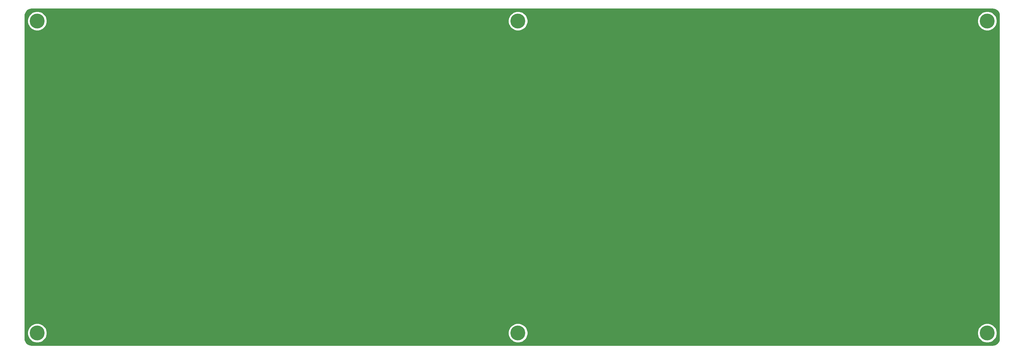
<source format=gtl>
G04 #@! TF.GenerationSoftware,KiCad,Pcbnew,(5.1.5)-3*
G04 #@! TF.CreationDate,2020-04-02T19:29:18+02:00*
G04 #@! TF.ProjectId,plate_bot,706c6174-655f-4626-9f74-2e6b69636164,rev?*
G04 #@! TF.SameCoordinates,Original*
G04 #@! TF.FileFunction,Copper,L1,Top*
G04 #@! TF.FilePolarity,Positive*
%FSLAX46Y46*%
G04 Gerber Fmt 4.6, Leading zero omitted, Abs format (unit mm)*
G04 Created by KiCad (PCBNEW (5.1.5)-3) date 2020-04-02 19:29:18*
%MOMM*%
%LPD*%
G04 APERTURE LIST*
%ADD10C,4.000000*%
%ADD11C,0.254000*%
G04 APERTURE END LIST*
D10*
X245872000Y-208620500D03*
X245872000Y-124500500D03*
X372069500Y-124500500D03*
X372069500Y-208620500D03*
X116563000Y-208620500D03*
X116563000Y-124500500D03*
D11*
G36*
X373909378Y-121283990D02*
G01*
X374236310Y-121382696D01*
X374537843Y-121543025D01*
X374802495Y-121758870D01*
X375020178Y-122022003D01*
X375182608Y-122322411D01*
X375283596Y-122648650D01*
X375322500Y-123018800D01*
X375322501Y-210088211D01*
X375286010Y-210460377D01*
X375187303Y-210787312D01*
X375026976Y-211088843D01*
X374811132Y-211353493D01*
X374547996Y-211571179D01*
X374247589Y-211733608D01*
X373921350Y-211834596D01*
X373551200Y-211873500D01*
X115031779Y-211873500D01*
X114659623Y-211837010D01*
X114332688Y-211738303D01*
X114031157Y-211577976D01*
X113766507Y-211362132D01*
X113548821Y-211098996D01*
X113386392Y-210798589D01*
X113285404Y-210472350D01*
X113246500Y-210102200D01*
X113246500Y-208360975D01*
X113928000Y-208360975D01*
X113928000Y-208880025D01*
X114029261Y-209389101D01*
X114227893Y-209868641D01*
X114516262Y-210300215D01*
X114883285Y-210667238D01*
X115314859Y-210955607D01*
X115794399Y-211154239D01*
X116303475Y-211255500D01*
X116822525Y-211255500D01*
X117331601Y-211154239D01*
X117811141Y-210955607D01*
X118242715Y-210667238D01*
X118609738Y-210300215D01*
X118898107Y-209868641D01*
X119096739Y-209389101D01*
X119198000Y-208880025D01*
X119198000Y-208360975D01*
X243237000Y-208360975D01*
X243237000Y-208880025D01*
X243338261Y-209389101D01*
X243536893Y-209868641D01*
X243825262Y-210300215D01*
X244192285Y-210667238D01*
X244623859Y-210955607D01*
X245103399Y-211154239D01*
X245612475Y-211255500D01*
X246131525Y-211255500D01*
X246640601Y-211154239D01*
X247120141Y-210955607D01*
X247551715Y-210667238D01*
X247918738Y-210300215D01*
X248207107Y-209868641D01*
X248405739Y-209389101D01*
X248507000Y-208880025D01*
X248507000Y-208360975D01*
X369434500Y-208360975D01*
X369434500Y-208880025D01*
X369535761Y-209389101D01*
X369734393Y-209868641D01*
X370022762Y-210300215D01*
X370389785Y-210667238D01*
X370821359Y-210955607D01*
X371300899Y-211154239D01*
X371809975Y-211255500D01*
X372329025Y-211255500D01*
X372838101Y-211154239D01*
X373317641Y-210955607D01*
X373749215Y-210667238D01*
X374116238Y-210300215D01*
X374404607Y-209868641D01*
X374603239Y-209389101D01*
X374704500Y-208880025D01*
X374704500Y-208360975D01*
X374603239Y-207851899D01*
X374404607Y-207372359D01*
X374116238Y-206940785D01*
X373749215Y-206573762D01*
X373317641Y-206285393D01*
X372838101Y-206086761D01*
X372329025Y-205985500D01*
X371809975Y-205985500D01*
X371300899Y-206086761D01*
X370821359Y-206285393D01*
X370389785Y-206573762D01*
X370022762Y-206940785D01*
X369734393Y-207372359D01*
X369535761Y-207851899D01*
X369434500Y-208360975D01*
X248507000Y-208360975D01*
X248405739Y-207851899D01*
X248207107Y-207372359D01*
X247918738Y-206940785D01*
X247551715Y-206573762D01*
X247120141Y-206285393D01*
X246640601Y-206086761D01*
X246131525Y-205985500D01*
X245612475Y-205985500D01*
X245103399Y-206086761D01*
X244623859Y-206285393D01*
X244192285Y-206573762D01*
X243825262Y-206940785D01*
X243536893Y-207372359D01*
X243338261Y-207851899D01*
X243237000Y-208360975D01*
X119198000Y-208360975D01*
X119096739Y-207851899D01*
X118898107Y-207372359D01*
X118609738Y-206940785D01*
X118242715Y-206573762D01*
X117811141Y-206285393D01*
X117331601Y-206086761D01*
X116822525Y-205985500D01*
X116303475Y-205985500D01*
X115794399Y-206086761D01*
X115314859Y-206285393D01*
X114883285Y-206573762D01*
X114516262Y-206940785D01*
X114227893Y-207372359D01*
X114029261Y-207851899D01*
X113928000Y-208360975D01*
X113246500Y-208360975D01*
X113246500Y-124240975D01*
X113928000Y-124240975D01*
X113928000Y-124760025D01*
X114029261Y-125269101D01*
X114227893Y-125748641D01*
X114516262Y-126180215D01*
X114883285Y-126547238D01*
X115314859Y-126835607D01*
X115794399Y-127034239D01*
X116303475Y-127135500D01*
X116822525Y-127135500D01*
X117331601Y-127034239D01*
X117811141Y-126835607D01*
X118242715Y-126547238D01*
X118609738Y-126180215D01*
X118898107Y-125748641D01*
X119096739Y-125269101D01*
X119198000Y-124760025D01*
X119198000Y-124240975D01*
X243237000Y-124240975D01*
X243237000Y-124760025D01*
X243338261Y-125269101D01*
X243536893Y-125748641D01*
X243825262Y-126180215D01*
X244192285Y-126547238D01*
X244623859Y-126835607D01*
X245103399Y-127034239D01*
X245612475Y-127135500D01*
X246131525Y-127135500D01*
X246640601Y-127034239D01*
X247120141Y-126835607D01*
X247551715Y-126547238D01*
X247918738Y-126180215D01*
X248207107Y-125748641D01*
X248405739Y-125269101D01*
X248507000Y-124760025D01*
X248507000Y-124240975D01*
X369434500Y-124240975D01*
X369434500Y-124760025D01*
X369535761Y-125269101D01*
X369734393Y-125748641D01*
X370022762Y-126180215D01*
X370389785Y-126547238D01*
X370821359Y-126835607D01*
X371300899Y-127034239D01*
X371809975Y-127135500D01*
X372329025Y-127135500D01*
X372838101Y-127034239D01*
X373317641Y-126835607D01*
X373749215Y-126547238D01*
X374116238Y-126180215D01*
X374404607Y-125748641D01*
X374603239Y-125269101D01*
X374704500Y-124760025D01*
X374704500Y-124240975D01*
X374603239Y-123731899D01*
X374404607Y-123252359D01*
X374116238Y-122820785D01*
X373749215Y-122453762D01*
X373317641Y-122165393D01*
X372838101Y-121966761D01*
X372329025Y-121865500D01*
X371809975Y-121865500D01*
X371300899Y-121966761D01*
X370821359Y-122165393D01*
X370389785Y-122453762D01*
X370022762Y-122820785D01*
X369734393Y-123252359D01*
X369535761Y-123731899D01*
X369434500Y-124240975D01*
X248507000Y-124240975D01*
X248405739Y-123731899D01*
X248207107Y-123252359D01*
X247918738Y-122820785D01*
X247551715Y-122453762D01*
X247120141Y-122165393D01*
X246640601Y-121966761D01*
X246131525Y-121865500D01*
X245612475Y-121865500D01*
X245103399Y-121966761D01*
X244623859Y-122165393D01*
X244192285Y-122453762D01*
X243825262Y-122820785D01*
X243536893Y-123252359D01*
X243338261Y-123731899D01*
X243237000Y-124240975D01*
X119198000Y-124240975D01*
X119096739Y-123731899D01*
X118898107Y-123252359D01*
X118609738Y-122820785D01*
X118242715Y-122453762D01*
X117811141Y-122165393D01*
X117331601Y-121966761D01*
X116822525Y-121865500D01*
X116303475Y-121865500D01*
X115794399Y-121966761D01*
X115314859Y-122165393D01*
X114883285Y-122453762D01*
X114516262Y-122820785D01*
X114227893Y-123252359D01*
X114029261Y-123731899D01*
X113928000Y-124240975D01*
X113246500Y-124240975D01*
X113246500Y-123087977D01*
X113283401Y-122711631D01*
X113385736Y-122372681D01*
X113551955Y-122060068D01*
X113775735Y-121785687D01*
X114048540Y-121560004D01*
X114359988Y-121391604D01*
X114701185Y-121285986D01*
X115037174Y-121247500D01*
X373537222Y-121247500D01*
X373909378Y-121283990D01*
G37*
X373909378Y-121283990D02*
X374236310Y-121382696D01*
X374537843Y-121543025D01*
X374802495Y-121758870D01*
X375020178Y-122022003D01*
X375182608Y-122322411D01*
X375283596Y-122648650D01*
X375322500Y-123018800D01*
X375322501Y-210088211D01*
X375286010Y-210460377D01*
X375187303Y-210787312D01*
X375026976Y-211088843D01*
X374811132Y-211353493D01*
X374547996Y-211571179D01*
X374247589Y-211733608D01*
X373921350Y-211834596D01*
X373551200Y-211873500D01*
X115031779Y-211873500D01*
X114659623Y-211837010D01*
X114332688Y-211738303D01*
X114031157Y-211577976D01*
X113766507Y-211362132D01*
X113548821Y-211098996D01*
X113386392Y-210798589D01*
X113285404Y-210472350D01*
X113246500Y-210102200D01*
X113246500Y-208360975D01*
X113928000Y-208360975D01*
X113928000Y-208880025D01*
X114029261Y-209389101D01*
X114227893Y-209868641D01*
X114516262Y-210300215D01*
X114883285Y-210667238D01*
X115314859Y-210955607D01*
X115794399Y-211154239D01*
X116303475Y-211255500D01*
X116822525Y-211255500D01*
X117331601Y-211154239D01*
X117811141Y-210955607D01*
X118242715Y-210667238D01*
X118609738Y-210300215D01*
X118898107Y-209868641D01*
X119096739Y-209389101D01*
X119198000Y-208880025D01*
X119198000Y-208360975D01*
X243237000Y-208360975D01*
X243237000Y-208880025D01*
X243338261Y-209389101D01*
X243536893Y-209868641D01*
X243825262Y-210300215D01*
X244192285Y-210667238D01*
X244623859Y-210955607D01*
X245103399Y-211154239D01*
X245612475Y-211255500D01*
X246131525Y-211255500D01*
X246640601Y-211154239D01*
X247120141Y-210955607D01*
X247551715Y-210667238D01*
X247918738Y-210300215D01*
X248207107Y-209868641D01*
X248405739Y-209389101D01*
X248507000Y-208880025D01*
X248507000Y-208360975D01*
X369434500Y-208360975D01*
X369434500Y-208880025D01*
X369535761Y-209389101D01*
X369734393Y-209868641D01*
X370022762Y-210300215D01*
X370389785Y-210667238D01*
X370821359Y-210955607D01*
X371300899Y-211154239D01*
X371809975Y-211255500D01*
X372329025Y-211255500D01*
X372838101Y-211154239D01*
X373317641Y-210955607D01*
X373749215Y-210667238D01*
X374116238Y-210300215D01*
X374404607Y-209868641D01*
X374603239Y-209389101D01*
X374704500Y-208880025D01*
X374704500Y-208360975D01*
X374603239Y-207851899D01*
X374404607Y-207372359D01*
X374116238Y-206940785D01*
X373749215Y-206573762D01*
X373317641Y-206285393D01*
X372838101Y-206086761D01*
X372329025Y-205985500D01*
X371809975Y-205985500D01*
X371300899Y-206086761D01*
X370821359Y-206285393D01*
X370389785Y-206573762D01*
X370022762Y-206940785D01*
X369734393Y-207372359D01*
X369535761Y-207851899D01*
X369434500Y-208360975D01*
X248507000Y-208360975D01*
X248405739Y-207851899D01*
X248207107Y-207372359D01*
X247918738Y-206940785D01*
X247551715Y-206573762D01*
X247120141Y-206285393D01*
X246640601Y-206086761D01*
X246131525Y-205985500D01*
X245612475Y-205985500D01*
X245103399Y-206086761D01*
X244623859Y-206285393D01*
X244192285Y-206573762D01*
X243825262Y-206940785D01*
X243536893Y-207372359D01*
X243338261Y-207851899D01*
X243237000Y-208360975D01*
X119198000Y-208360975D01*
X119096739Y-207851899D01*
X118898107Y-207372359D01*
X118609738Y-206940785D01*
X118242715Y-206573762D01*
X117811141Y-206285393D01*
X117331601Y-206086761D01*
X116822525Y-205985500D01*
X116303475Y-205985500D01*
X115794399Y-206086761D01*
X115314859Y-206285393D01*
X114883285Y-206573762D01*
X114516262Y-206940785D01*
X114227893Y-207372359D01*
X114029261Y-207851899D01*
X113928000Y-208360975D01*
X113246500Y-208360975D01*
X113246500Y-124240975D01*
X113928000Y-124240975D01*
X113928000Y-124760025D01*
X114029261Y-125269101D01*
X114227893Y-125748641D01*
X114516262Y-126180215D01*
X114883285Y-126547238D01*
X115314859Y-126835607D01*
X115794399Y-127034239D01*
X116303475Y-127135500D01*
X116822525Y-127135500D01*
X117331601Y-127034239D01*
X117811141Y-126835607D01*
X118242715Y-126547238D01*
X118609738Y-126180215D01*
X118898107Y-125748641D01*
X119096739Y-125269101D01*
X119198000Y-124760025D01*
X119198000Y-124240975D01*
X243237000Y-124240975D01*
X243237000Y-124760025D01*
X243338261Y-125269101D01*
X243536893Y-125748641D01*
X243825262Y-126180215D01*
X244192285Y-126547238D01*
X244623859Y-126835607D01*
X245103399Y-127034239D01*
X245612475Y-127135500D01*
X246131525Y-127135500D01*
X246640601Y-127034239D01*
X247120141Y-126835607D01*
X247551715Y-126547238D01*
X247918738Y-126180215D01*
X248207107Y-125748641D01*
X248405739Y-125269101D01*
X248507000Y-124760025D01*
X248507000Y-124240975D01*
X369434500Y-124240975D01*
X369434500Y-124760025D01*
X369535761Y-125269101D01*
X369734393Y-125748641D01*
X370022762Y-126180215D01*
X370389785Y-126547238D01*
X370821359Y-126835607D01*
X371300899Y-127034239D01*
X371809975Y-127135500D01*
X372329025Y-127135500D01*
X372838101Y-127034239D01*
X373317641Y-126835607D01*
X373749215Y-126547238D01*
X374116238Y-126180215D01*
X374404607Y-125748641D01*
X374603239Y-125269101D01*
X374704500Y-124760025D01*
X374704500Y-124240975D01*
X374603239Y-123731899D01*
X374404607Y-123252359D01*
X374116238Y-122820785D01*
X373749215Y-122453762D01*
X373317641Y-122165393D01*
X372838101Y-121966761D01*
X372329025Y-121865500D01*
X371809975Y-121865500D01*
X371300899Y-121966761D01*
X370821359Y-122165393D01*
X370389785Y-122453762D01*
X370022762Y-122820785D01*
X369734393Y-123252359D01*
X369535761Y-123731899D01*
X369434500Y-124240975D01*
X248507000Y-124240975D01*
X248405739Y-123731899D01*
X248207107Y-123252359D01*
X247918738Y-122820785D01*
X247551715Y-122453762D01*
X247120141Y-122165393D01*
X246640601Y-121966761D01*
X246131525Y-121865500D01*
X245612475Y-121865500D01*
X245103399Y-121966761D01*
X244623859Y-122165393D01*
X244192285Y-122453762D01*
X243825262Y-122820785D01*
X243536893Y-123252359D01*
X243338261Y-123731899D01*
X243237000Y-124240975D01*
X119198000Y-124240975D01*
X119096739Y-123731899D01*
X118898107Y-123252359D01*
X118609738Y-122820785D01*
X118242715Y-122453762D01*
X117811141Y-122165393D01*
X117331601Y-121966761D01*
X116822525Y-121865500D01*
X116303475Y-121865500D01*
X115794399Y-121966761D01*
X115314859Y-122165393D01*
X114883285Y-122453762D01*
X114516262Y-122820785D01*
X114227893Y-123252359D01*
X114029261Y-123731899D01*
X113928000Y-124240975D01*
X113246500Y-124240975D01*
X113246500Y-123087977D01*
X113283401Y-122711631D01*
X113385736Y-122372681D01*
X113551955Y-122060068D01*
X113775735Y-121785687D01*
X114048540Y-121560004D01*
X114359988Y-121391604D01*
X114701185Y-121285986D01*
X115037174Y-121247500D01*
X373537222Y-121247500D01*
X373909378Y-121283990D01*
M02*

</source>
